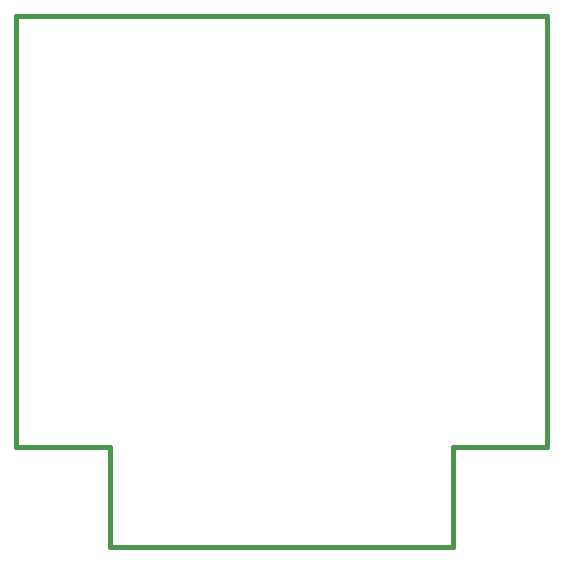
<source format=gko>
%FSLAX33Y33*%
%MOMM*%
%ADD10C,0.381*%
D10*
%LNpath-0*%
G01*
X8000Y0D02*
X37000Y0D01*
X37000Y8500*
X45000Y8500*
X45000Y45000*
X0Y45000*
X0Y8500*
X8000Y8500*
X8000Y0*
%LNmechanical details_traces*%
M02*
</source>
